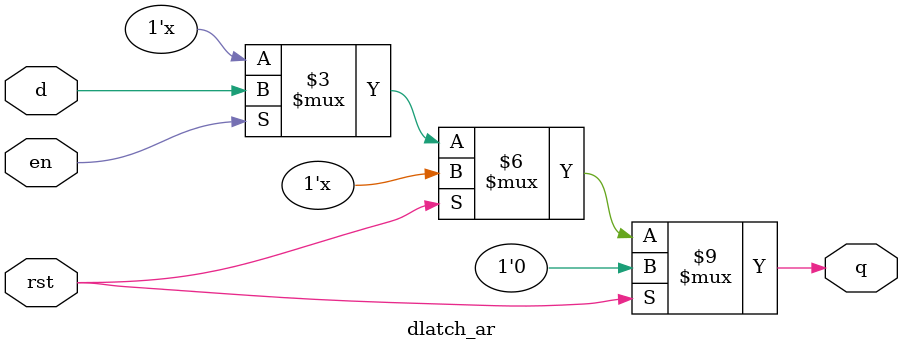
<source format=v>
/***********************************************************
File Name:	dlatch_ar.v
Author: 	Kevan Thompson
Date:		March 22, 2024
Description: A simple d-latch with asynchronous reset

***********************************************************/
module dlatch_ar(
    input en,
    input d,
    input rst,
    output reg q
);


always@(en,q,rst) 
    if(rst)
        q = 1'b0;
    else if(en) 
        q = d;

endmodule
</source>
